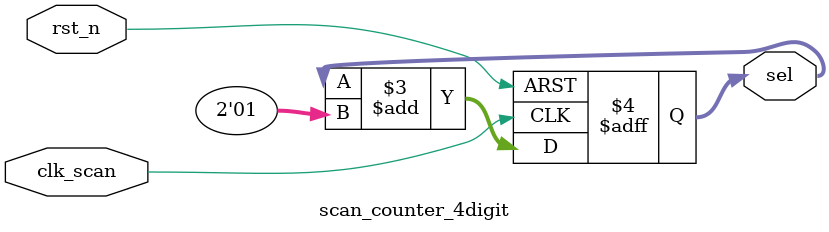
<source format=v>
module scan_counter_4digit(
    input  wire clk_scan,
    input  wire rst_n,
    output reg  [1:0] sel
);
    always @(posedge clk_scan or negedge rst_n) begin
        if (!rst_n) begin
            sel <= 2'd0;
        end else begin
            sel <= sel + 2'd1;
        end
    end
endmodule

</source>
